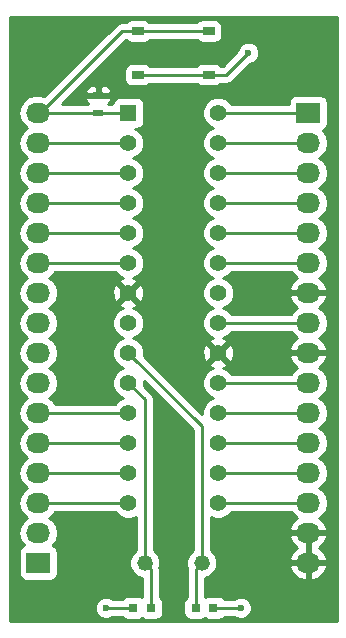
<source format=gtl>
G04 #@! TF.FileFunction,Copper,L1,Top,Signal*
%FSLAX46Y46*%
G04 Gerber Fmt 4.6, Leading zero omitted, Abs format (unit mm)*
G04 Created by KiCad (PCBNEW 4.0.2+dfsg1-stable) date Thu 29 Mar 2018 13:44:33 BST*
%MOMM*%
G01*
G04 APERTURE LIST*
%ADD10C,0.100000*%
%ADD11R,2.032000X1.727200*%
%ADD12O,2.032000X1.727200*%
%ADD13R,0.998220X0.698500*%
%ADD14R,1.399540X1.399540*%
%ADD15C,1.399540*%
%ADD16C,1.320800*%
%ADD17R,0.800000X0.750000*%
%ADD18R,0.900000X0.500000*%
%ADD19C,0.600000*%
%ADD20C,0.250000*%
%ADD21C,0.254000*%
G04 APERTURE END LIST*
D10*
D11*
X170180000Y-137160000D03*
D12*
X170180000Y-134620000D03*
X170180000Y-132080000D03*
X170180000Y-129540000D03*
X170180000Y-127000000D03*
X170180000Y-124460000D03*
X170180000Y-121920000D03*
X170180000Y-119380000D03*
X170180000Y-116840000D03*
X170180000Y-114300000D03*
X170180000Y-111760000D03*
X170180000Y-109220000D03*
X170180000Y-106680000D03*
X170180000Y-104140000D03*
X170180000Y-101600000D03*
X170180000Y-99060000D03*
D11*
X193040000Y-99060000D03*
D12*
X193040000Y-101600000D03*
X193040000Y-104140000D03*
X193040000Y-106680000D03*
X193040000Y-109220000D03*
X193040000Y-111760000D03*
X193040000Y-114300000D03*
X193040000Y-116840000D03*
X193040000Y-119380000D03*
X193040000Y-121920000D03*
X193040000Y-124460000D03*
X193040000Y-127000000D03*
X193040000Y-129540000D03*
X193040000Y-132080000D03*
X193040000Y-134620000D03*
X193040000Y-137160000D03*
D13*
X178610260Y-92130880D03*
X184609740Y-92130880D03*
X178610260Y-95829120D03*
X184609740Y-95829120D03*
D14*
X177800000Y-99060000D03*
D15*
X177800000Y-101600000D03*
X177800000Y-104140000D03*
X177800000Y-106680000D03*
X177800000Y-109220000D03*
X177800000Y-111760000D03*
X177800000Y-114300000D03*
X177800000Y-116840000D03*
X177800000Y-119380000D03*
X177800000Y-121920000D03*
X177800000Y-124460000D03*
X177800000Y-127000000D03*
X177800000Y-129540000D03*
X177800000Y-132080000D03*
X185420000Y-132080000D03*
X185420000Y-129540000D03*
X185420000Y-127000000D03*
X185420000Y-124460000D03*
X185420000Y-121920000D03*
X185420000Y-119380000D03*
X185420000Y-116840000D03*
X185420000Y-114300000D03*
X185420000Y-111760000D03*
X185420000Y-109220000D03*
X185420000Y-106680000D03*
X185420000Y-104140000D03*
X185420000Y-101600000D03*
X185420000Y-99060000D03*
D16*
X179197000Y-137160000D03*
X184023000Y-137160000D03*
D17*
X179705000Y-140970000D03*
X178205000Y-140970000D03*
X183515000Y-140970000D03*
X185015000Y-140970000D03*
D18*
X175260000Y-97560000D03*
X175260000Y-99060000D03*
D19*
X187325000Y-140970000D03*
X175895000Y-140970000D03*
X187960000Y-93980000D03*
D20*
X179705000Y-140970000D02*
X179705000Y-137668000D01*
X179705000Y-137668000D02*
X179197000Y-137160000D01*
X177800000Y-121920000D02*
X179197000Y-123317000D01*
X179197000Y-123317000D02*
X179197000Y-137160000D01*
X185015000Y-140970000D02*
X187325000Y-140970000D01*
X178205000Y-140970000D02*
X175895000Y-140970000D01*
X178610260Y-95829120D02*
X184609740Y-95829120D01*
X184609740Y-95829120D02*
X186110880Y-95829120D01*
X186110880Y-95829120D02*
X187960000Y-93980000D01*
X183515000Y-140970000D02*
X183515000Y-137668000D01*
X183515000Y-137668000D02*
X184023000Y-137160000D01*
X177800000Y-119380000D02*
X184023000Y-125603000D01*
X184023000Y-125603000D02*
X184023000Y-137160000D01*
X177800000Y-132080000D02*
X170180000Y-132080000D01*
X177800000Y-129540000D02*
X170180000Y-129540000D01*
X177800000Y-127000000D02*
X170180000Y-127000000D01*
X177800000Y-124460000D02*
X170180000Y-124460000D01*
X177800000Y-111760000D02*
X170180000Y-111760000D01*
X177800000Y-109220000D02*
X170180000Y-109220000D01*
X177800000Y-106680000D02*
X170180000Y-106680000D01*
X177800000Y-104140000D02*
X170180000Y-104140000D01*
X177800000Y-101600000D02*
X170180000Y-101600000D01*
X178610260Y-92130880D02*
X184609740Y-92130880D01*
X170180000Y-99060000D02*
X170332400Y-99060000D01*
X170332400Y-99060000D02*
X177261520Y-92130880D01*
X177261520Y-92130880D02*
X177861150Y-92130880D01*
X177861150Y-92130880D02*
X178610260Y-92130880D01*
X175260000Y-99060000D02*
X170180000Y-99060000D01*
X177800000Y-99060000D02*
X175260000Y-99060000D01*
X185420000Y-99060000D02*
X193040000Y-99060000D01*
X185420000Y-101600000D02*
X193040000Y-101600000D01*
X185420000Y-104140000D02*
X193040000Y-104140000D01*
X185420000Y-106680000D02*
X193040000Y-106680000D01*
X185420000Y-109220000D02*
X193040000Y-109220000D01*
X185420000Y-111760000D02*
X193040000Y-111760000D01*
X185420000Y-116840000D02*
X193040000Y-116840000D01*
X185420000Y-121920000D02*
X193040000Y-121920000D01*
X185420000Y-124460000D02*
X193040000Y-124460000D01*
X185420000Y-127000000D02*
X193040000Y-127000000D01*
X185420000Y-129540000D02*
X193040000Y-129540000D01*
X185420000Y-132080000D02*
X193040000Y-132080000D01*
D21*
G36*
X195453000Y-142113000D02*
X167767000Y-142113000D01*
X167767000Y-99060000D01*
X168496655Y-99060000D01*
X168610729Y-99633489D01*
X168935585Y-100119670D01*
X169250366Y-100330000D01*
X168935585Y-100540330D01*
X168610729Y-101026511D01*
X168496655Y-101600000D01*
X168610729Y-102173489D01*
X168935585Y-102659670D01*
X169250366Y-102870000D01*
X168935585Y-103080330D01*
X168610729Y-103566511D01*
X168496655Y-104140000D01*
X168610729Y-104713489D01*
X168935585Y-105199670D01*
X169250366Y-105410000D01*
X168935585Y-105620330D01*
X168610729Y-106106511D01*
X168496655Y-106680000D01*
X168610729Y-107253489D01*
X168935585Y-107739670D01*
X169250366Y-107950000D01*
X168935585Y-108160330D01*
X168610729Y-108646511D01*
X168496655Y-109220000D01*
X168610729Y-109793489D01*
X168935585Y-110279670D01*
X169250366Y-110490000D01*
X168935585Y-110700330D01*
X168610729Y-111186511D01*
X168496655Y-111760000D01*
X168610729Y-112333489D01*
X168935585Y-112819670D01*
X169250366Y-113030000D01*
X168935585Y-113240330D01*
X168610729Y-113726511D01*
X168496655Y-114300000D01*
X168610729Y-114873489D01*
X168935585Y-115359670D01*
X169250366Y-115570000D01*
X168935585Y-115780330D01*
X168610729Y-116266511D01*
X168496655Y-116840000D01*
X168610729Y-117413489D01*
X168935585Y-117899670D01*
X169250366Y-118110000D01*
X168935585Y-118320330D01*
X168610729Y-118806511D01*
X168496655Y-119380000D01*
X168610729Y-119953489D01*
X168935585Y-120439670D01*
X169250366Y-120650000D01*
X168935585Y-120860330D01*
X168610729Y-121346511D01*
X168496655Y-121920000D01*
X168610729Y-122493489D01*
X168935585Y-122979670D01*
X169250366Y-123190000D01*
X168935585Y-123400330D01*
X168610729Y-123886511D01*
X168496655Y-124460000D01*
X168610729Y-125033489D01*
X168935585Y-125519670D01*
X169250366Y-125730000D01*
X168935585Y-125940330D01*
X168610729Y-126426511D01*
X168496655Y-127000000D01*
X168610729Y-127573489D01*
X168935585Y-128059670D01*
X169250366Y-128270000D01*
X168935585Y-128480330D01*
X168610729Y-128966511D01*
X168496655Y-129540000D01*
X168610729Y-130113489D01*
X168935585Y-130599670D01*
X169250366Y-130810000D01*
X168935585Y-131020330D01*
X168610729Y-131506511D01*
X168496655Y-132080000D01*
X168610729Y-132653489D01*
X168935585Y-133139670D01*
X169250366Y-133350000D01*
X168935585Y-133560330D01*
X168610729Y-134046511D01*
X168496655Y-134620000D01*
X168610729Y-135193489D01*
X168935585Y-135679670D01*
X168949913Y-135689243D01*
X168928683Y-135693238D01*
X168712559Y-135832310D01*
X168567569Y-136044510D01*
X168516560Y-136296400D01*
X168516560Y-138023600D01*
X168560838Y-138258917D01*
X168699910Y-138475041D01*
X168912110Y-138620031D01*
X169164000Y-138671040D01*
X171196000Y-138671040D01*
X171431317Y-138626762D01*
X171647441Y-138487690D01*
X171792431Y-138275490D01*
X171843440Y-138023600D01*
X171843440Y-136296400D01*
X171799162Y-136061083D01*
X171660090Y-135844959D01*
X171447890Y-135699969D01*
X171406561Y-135691600D01*
X171424415Y-135679670D01*
X171749271Y-135193489D01*
X171863345Y-134620000D01*
X171749271Y-134046511D01*
X171424415Y-133560330D01*
X171109634Y-133350000D01*
X171424415Y-133139670D01*
X171624648Y-132840000D01*
X176672669Y-132840000D01*
X177042926Y-133210903D01*
X177533333Y-133414538D01*
X178064337Y-133415001D01*
X178437000Y-133261020D01*
X178437000Y-136088300D01*
X178099454Y-136425257D01*
X177901826Y-136901199D01*
X177901376Y-137416540D01*
X178098173Y-137892826D01*
X178462257Y-138257546D01*
X178938199Y-138455174D01*
X178945000Y-138455180D01*
X178945000Y-140058772D01*
X178856890Y-139998569D01*
X178605000Y-139947560D01*
X177805000Y-139947560D01*
X177569683Y-139991838D01*
X177353559Y-140130910D01*
X177299519Y-140210000D01*
X176457463Y-140210000D01*
X176425327Y-140177808D01*
X176081799Y-140035162D01*
X175709833Y-140034838D01*
X175366057Y-140176883D01*
X175102808Y-140439673D01*
X174960162Y-140783201D01*
X174959838Y-141155167D01*
X175101883Y-141498943D01*
X175364673Y-141762192D01*
X175708201Y-141904838D01*
X176080167Y-141905162D01*
X176423943Y-141763117D01*
X176457118Y-141730000D01*
X177298156Y-141730000D01*
X177340910Y-141796441D01*
X177553110Y-141941431D01*
X177805000Y-141992440D01*
X178605000Y-141992440D01*
X178840317Y-141948162D01*
X178954978Y-141874380D01*
X179053110Y-141941431D01*
X179305000Y-141992440D01*
X180105000Y-141992440D01*
X180340317Y-141948162D01*
X180556441Y-141809090D01*
X180701431Y-141596890D01*
X180752440Y-141345000D01*
X180752440Y-140595000D01*
X180708162Y-140359683D01*
X180569090Y-140143559D01*
X180465000Y-140072437D01*
X180465000Y-137668000D01*
X180440287Y-137543759D01*
X180492174Y-137418801D01*
X180492624Y-136903460D01*
X180295827Y-136427174D01*
X179957000Y-136087755D01*
X179957000Y-123317000D01*
X179944575Y-123254538D01*
X179899148Y-123026160D01*
X179734401Y-122779599D01*
X179134544Y-122179742D01*
X179134884Y-121789686D01*
X183263000Y-125917802D01*
X183263000Y-136088300D01*
X182925454Y-136425257D01*
X182727826Y-136901199D01*
X182727376Y-137416540D01*
X182779788Y-137543386D01*
X182755000Y-137668000D01*
X182755000Y-140072069D01*
X182663559Y-140130910D01*
X182518569Y-140343110D01*
X182467560Y-140595000D01*
X182467560Y-141345000D01*
X182511838Y-141580317D01*
X182650910Y-141796441D01*
X182863110Y-141941431D01*
X183115000Y-141992440D01*
X183915000Y-141992440D01*
X184150317Y-141948162D01*
X184264978Y-141874380D01*
X184363110Y-141941431D01*
X184615000Y-141992440D01*
X185415000Y-141992440D01*
X185650317Y-141948162D01*
X185866441Y-141809090D01*
X185920481Y-141730000D01*
X186762537Y-141730000D01*
X186794673Y-141762192D01*
X187138201Y-141904838D01*
X187510167Y-141905162D01*
X187853943Y-141763117D01*
X188117192Y-141500327D01*
X188259838Y-141156799D01*
X188260162Y-140784833D01*
X188118117Y-140441057D01*
X187855327Y-140177808D01*
X187511799Y-140035162D01*
X187139833Y-140034838D01*
X186796057Y-140176883D01*
X186762882Y-140210000D01*
X185921844Y-140210000D01*
X185879090Y-140143559D01*
X185666890Y-139998569D01*
X185415000Y-139947560D01*
X184615000Y-139947560D01*
X184379683Y-139991838D01*
X184275000Y-140059200D01*
X184275000Y-138455620D01*
X184279540Y-138455624D01*
X184755826Y-138258827D01*
X185120546Y-137894743D01*
X185276557Y-137519026D01*
X191432642Y-137519026D01*
X191435291Y-137534791D01*
X191689268Y-138062036D01*
X192125680Y-138451954D01*
X192678087Y-138645184D01*
X192913000Y-138500924D01*
X192913000Y-137287000D01*
X193167000Y-137287000D01*
X193167000Y-138500924D01*
X193401913Y-138645184D01*
X193954320Y-138451954D01*
X194390732Y-138062036D01*
X194644709Y-137534791D01*
X194647358Y-137519026D01*
X194526217Y-137287000D01*
X193167000Y-137287000D01*
X192913000Y-137287000D01*
X191553783Y-137287000D01*
X191432642Y-137519026D01*
X185276557Y-137519026D01*
X185318174Y-137418801D01*
X185318624Y-136903460D01*
X185121827Y-136427174D01*
X184783000Y-136087755D01*
X184783000Y-134979026D01*
X191432642Y-134979026D01*
X191435291Y-134994791D01*
X191689268Y-135522036D01*
X192101108Y-135890000D01*
X191689268Y-136257964D01*
X191435291Y-136785209D01*
X191432642Y-136800974D01*
X191553783Y-137033000D01*
X192913000Y-137033000D01*
X192913000Y-134747000D01*
X193167000Y-134747000D01*
X193167000Y-137033000D01*
X194526217Y-137033000D01*
X194647358Y-136800974D01*
X194644709Y-136785209D01*
X194390732Y-136257964D01*
X193978892Y-135890000D01*
X194390732Y-135522036D01*
X194644709Y-134994791D01*
X194647358Y-134979026D01*
X194526217Y-134747000D01*
X193167000Y-134747000D01*
X192913000Y-134747000D01*
X191553783Y-134747000D01*
X191432642Y-134979026D01*
X184783000Y-134979026D01*
X184783000Y-133260762D01*
X185153333Y-133414538D01*
X185684337Y-133415001D01*
X186175099Y-133212223D01*
X186547972Y-132840000D01*
X191595352Y-132840000D01*
X191795585Y-133139670D01*
X192105069Y-133346461D01*
X191689268Y-133717964D01*
X191435291Y-134245209D01*
X191432642Y-134260974D01*
X191553783Y-134493000D01*
X192913000Y-134493000D01*
X192913000Y-134473000D01*
X193167000Y-134473000D01*
X193167000Y-134493000D01*
X194526217Y-134493000D01*
X194647358Y-134260974D01*
X194644709Y-134245209D01*
X194390732Y-133717964D01*
X193974931Y-133346461D01*
X194284415Y-133139670D01*
X194609271Y-132653489D01*
X194723345Y-132080000D01*
X194609271Y-131506511D01*
X194284415Y-131020330D01*
X193969634Y-130810000D01*
X194284415Y-130599670D01*
X194609271Y-130113489D01*
X194723345Y-129540000D01*
X194609271Y-128966511D01*
X194284415Y-128480330D01*
X193969634Y-128270000D01*
X194284415Y-128059670D01*
X194609271Y-127573489D01*
X194723345Y-127000000D01*
X194609271Y-126426511D01*
X194284415Y-125940330D01*
X193969634Y-125730000D01*
X194284415Y-125519670D01*
X194609271Y-125033489D01*
X194723345Y-124460000D01*
X194609271Y-123886511D01*
X194284415Y-123400330D01*
X193969634Y-123190000D01*
X194284415Y-122979670D01*
X194609271Y-122493489D01*
X194723345Y-121920000D01*
X194609271Y-121346511D01*
X194284415Y-120860330D01*
X193974931Y-120653539D01*
X194390732Y-120282036D01*
X194644709Y-119754791D01*
X194647358Y-119739026D01*
X194526217Y-119507000D01*
X193167000Y-119507000D01*
X193167000Y-119527000D01*
X192913000Y-119527000D01*
X192913000Y-119507000D01*
X191553783Y-119507000D01*
X191432642Y-119739026D01*
X191435291Y-119754791D01*
X191689268Y-120282036D01*
X192105069Y-120653539D01*
X191795585Y-120860330D01*
X191595352Y-121160000D01*
X186547331Y-121160000D01*
X186177074Y-120789097D01*
X185858189Y-120656684D01*
X186113693Y-120550851D01*
X186175503Y-120315108D01*
X185420000Y-119559605D01*
X184664497Y-120315108D01*
X184726307Y-120550851D01*
X185002755Y-120648179D01*
X184664901Y-120787777D01*
X184289097Y-121162926D01*
X184085462Y-121653333D01*
X184084999Y-122184337D01*
X184287777Y-122675099D01*
X184662926Y-123050903D01*
X184998128Y-123190091D01*
X184664901Y-123327777D01*
X184289097Y-123702926D01*
X184085462Y-124193333D01*
X184085116Y-124590314D01*
X179134544Y-119639742D01*
X179134938Y-119187177D01*
X184072810Y-119187177D01*
X184101568Y-119717402D01*
X184249149Y-120073693D01*
X184484892Y-120135503D01*
X185240395Y-119380000D01*
X185599605Y-119380000D01*
X186355108Y-120135503D01*
X186590851Y-120073693D01*
X186767190Y-119572823D01*
X186738432Y-119042598D01*
X186590851Y-118686307D01*
X186355108Y-118624497D01*
X185599605Y-119380000D01*
X185240395Y-119380000D01*
X184484892Y-118624497D01*
X184249149Y-118686307D01*
X184072810Y-119187177D01*
X179134938Y-119187177D01*
X179135001Y-119115663D01*
X178932223Y-118624901D01*
X178557074Y-118249097D01*
X178221872Y-118109909D01*
X178555099Y-117972223D01*
X178930903Y-117597074D01*
X179134538Y-117106667D01*
X179135001Y-116575663D01*
X178932223Y-116084901D01*
X178557074Y-115709097D01*
X178238189Y-115576684D01*
X178493693Y-115470851D01*
X178555503Y-115235108D01*
X177800000Y-114479605D01*
X177044497Y-115235108D01*
X177106307Y-115470851D01*
X177382755Y-115568179D01*
X177044901Y-115707777D01*
X176669097Y-116082926D01*
X176465462Y-116573333D01*
X176464999Y-117104337D01*
X176667777Y-117595099D01*
X177042926Y-117970903D01*
X177378128Y-118110091D01*
X177044901Y-118247777D01*
X176669097Y-118622926D01*
X176465462Y-119113333D01*
X176464999Y-119644337D01*
X176667777Y-120135099D01*
X177042926Y-120510903D01*
X177378128Y-120650091D01*
X177044901Y-120787777D01*
X176669097Y-121162926D01*
X176465462Y-121653333D01*
X176464999Y-122184337D01*
X176667777Y-122675099D01*
X177042926Y-123050903D01*
X177378128Y-123190091D01*
X177044901Y-123327777D01*
X176672028Y-123700000D01*
X171624648Y-123700000D01*
X171424415Y-123400330D01*
X171109634Y-123190000D01*
X171424415Y-122979670D01*
X171749271Y-122493489D01*
X171863345Y-121920000D01*
X171749271Y-121346511D01*
X171424415Y-120860330D01*
X171109634Y-120650000D01*
X171424415Y-120439670D01*
X171749271Y-119953489D01*
X171863345Y-119380000D01*
X171749271Y-118806511D01*
X171424415Y-118320330D01*
X171109634Y-118110000D01*
X171424415Y-117899670D01*
X171749271Y-117413489D01*
X171863345Y-116840000D01*
X171749271Y-116266511D01*
X171424415Y-115780330D01*
X171109634Y-115570000D01*
X171424415Y-115359670D01*
X171749271Y-114873489D01*
X171863345Y-114300000D01*
X171824991Y-114107177D01*
X176452810Y-114107177D01*
X176481568Y-114637402D01*
X176629149Y-114993693D01*
X176864892Y-115055503D01*
X177620395Y-114300000D01*
X177979605Y-114300000D01*
X178735108Y-115055503D01*
X178970851Y-114993693D01*
X179147190Y-114492823D01*
X179118432Y-113962598D01*
X178970851Y-113606307D01*
X178735108Y-113544497D01*
X177979605Y-114300000D01*
X177620395Y-114300000D01*
X176864892Y-113544497D01*
X176629149Y-113606307D01*
X176452810Y-114107177D01*
X171824991Y-114107177D01*
X171749271Y-113726511D01*
X171424415Y-113240330D01*
X171109634Y-113030000D01*
X171424415Y-112819670D01*
X171624648Y-112520000D01*
X176672669Y-112520000D01*
X177042926Y-112890903D01*
X177361811Y-113023316D01*
X177106307Y-113129149D01*
X177044497Y-113364892D01*
X177800000Y-114120395D01*
X178555503Y-113364892D01*
X178493693Y-113129149D01*
X178217245Y-113031821D01*
X178555099Y-112892223D01*
X178930903Y-112517074D01*
X179134538Y-112026667D01*
X179135001Y-111495663D01*
X178932223Y-111004901D01*
X178557074Y-110629097D01*
X178221872Y-110489909D01*
X178555099Y-110352223D01*
X178930903Y-109977074D01*
X179134538Y-109486667D01*
X179135001Y-108955663D01*
X178932223Y-108464901D01*
X178557074Y-108089097D01*
X178221872Y-107949909D01*
X178555099Y-107812223D01*
X178930903Y-107437074D01*
X179134538Y-106946667D01*
X179135001Y-106415663D01*
X178932223Y-105924901D01*
X178557074Y-105549097D01*
X178221872Y-105409909D01*
X178555099Y-105272223D01*
X178930903Y-104897074D01*
X179134538Y-104406667D01*
X179135001Y-103875663D01*
X178932223Y-103384901D01*
X178557074Y-103009097D01*
X178221872Y-102869909D01*
X178555099Y-102732223D01*
X178930903Y-102357074D01*
X179134538Y-101866667D01*
X179135001Y-101335663D01*
X178932223Y-100844901D01*
X178557074Y-100469097D01*
X178408034Y-100407210D01*
X178499770Y-100407210D01*
X178735087Y-100362932D01*
X178951211Y-100223860D01*
X179096201Y-100011660D01*
X179147210Y-99759770D01*
X179147210Y-99324337D01*
X184084999Y-99324337D01*
X184287777Y-99815099D01*
X184662926Y-100190903D01*
X184998128Y-100330091D01*
X184664901Y-100467777D01*
X184289097Y-100842926D01*
X184085462Y-101333333D01*
X184084999Y-101864337D01*
X184287777Y-102355099D01*
X184662926Y-102730903D01*
X184998128Y-102870091D01*
X184664901Y-103007777D01*
X184289097Y-103382926D01*
X184085462Y-103873333D01*
X184084999Y-104404337D01*
X184287777Y-104895099D01*
X184662926Y-105270903D01*
X184998128Y-105410091D01*
X184664901Y-105547777D01*
X184289097Y-105922926D01*
X184085462Y-106413333D01*
X184084999Y-106944337D01*
X184287777Y-107435099D01*
X184662926Y-107810903D01*
X184998128Y-107950091D01*
X184664901Y-108087777D01*
X184289097Y-108462926D01*
X184085462Y-108953333D01*
X184084999Y-109484337D01*
X184287777Y-109975099D01*
X184662926Y-110350903D01*
X184998128Y-110490091D01*
X184664901Y-110627777D01*
X184289097Y-111002926D01*
X184085462Y-111493333D01*
X184084999Y-112024337D01*
X184287777Y-112515099D01*
X184662926Y-112890903D01*
X184998128Y-113030091D01*
X184664901Y-113167777D01*
X184289097Y-113542926D01*
X184085462Y-114033333D01*
X184084999Y-114564337D01*
X184287777Y-115055099D01*
X184662926Y-115430903D01*
X184998128Y-115570091D01*
X184664901Y-115707777D01*
X184289097Y-116082926D01*
X184085462Y-116573333D01*
X184084999Y-117104337D01*
X184287777Y-117595099D01*
X184662926Y-117970903D01*
X184981811Y-118103316D01*
X184726307Y-118209149D01*
X184664497Y-118444892D01*
X185420000Y-119200395D01*
X186175503Y-118444892D01*
X186113693Y-118209149D01*
X185837245Y-118111821D01*
X186175099Y-117972223D01*
X186547972Y-117600000D01*
X191595352Y-117600000D01*
X191795585Y-117899670D01*
X192105069Y-118106461D01*
X191689268Y-118477964D01*
X191435291Y-119005209D01*
X191432642Y-119020974D01*
X191553783Y-119253000D01*
X192913000Y-119253000D01*
X192913000Y-119233000D01*
X193167000Y-119233000D01*
X193167000Y-119253000D01*
X194526217Y-119253000D01*
X194647358Y-119020974D01*
X194644709Y-119005209D01*
X194390732Y-118477964D01*
X193974931Y-118106461D01*
X194284415Y-117899670D01*
X194609271Y-117413489D01*
X194723345Y-116840000D01*
X194609271Y-116266511D01*
X194284415Y-115780330D01*
X193974931Y-115573539D01*
X194390732Y-115202036D01*
X194644709Y-114674791D01*
X194647358Y-114659026D01*
X194526217Y-114427000D01*
X193167000Y-114427000D01*
X193167000Y-114447000D01*
X192913000Y-114447000D01*
X192913000Y-114427000D01*
X191553783Y-114427000D01*
X191432642Y-114659026D01*
X191435291Y-114674791D01*
X191689268Y-115202036D01*
X192105069Y-115573539D01*
X191795585Y-115780330D01*
X191595352Y-116080000D01*
X186547331Y-116080000D01*
X186177074Y-115709097D01*
X185841872Y-115569909D01*
X186175099Y-115432223D01*
X186550903Y-115057074D01*
X186754538Y-114566667D01*
X186755001Y-114035663D01*
X186552223Y-113544901D01*
X186177074Y-113169097D01*
X185841872Y-113029909D01*
X186175099Y-112892223D01*
X186547972Y-112520000D01*
X191595352Y-112520000D01*
X191795585Y-112819670D01*
X192105069Y-113026461D01*
X191689268Y-113397964D01*
X191435291Y-113925209D01*
X191432642Y-113940974D01*
X191553783Y-114173000D01*
X192913000Y-114173000D01*
X192913000Y-114153000D01*
X193167000Y-114153000D01*
X193167000Y-114173000D01*
X194526217Y-114173000D01*
X194647358Y-113940974D01*
X194644709Y-113925209D01*
X194390732Y-113397964D01*
X193974931Y-113026461D01*
X194284415Y-112819670D01*
X194609271Y-112333489D01*
X194723345Y-111760000D01*
X194609271Y-111186511D01*
X194284415Y-110700330D01*
X193969634Y-110490000D01*
X194284415Y-110279670D01*
X194609271Y-109793489D01*
X194723345Y-109220000D01*
X194609271Y-108646511D01*
X194284415Y-108160330D01*
X193969634Y-107950000D01*
X194284415Y-107739670D01*
X194609271Y-107253489D01*
X194723345Y-106680000D01*
X194609271Y-106106511D01*
X194284415Y-105620330D01*
X193969634Y-105410000D01*
X194284415Y-105199670D01*
X194609271Y-104713489D01*
X194723345Y-104140000D01*
X194609271Y-103566511D01*
X194284415Y-103080330D01*
X193969634Y-102870000D01*
X194284415Y-102659670D01*
X194609271Y-102173489D01*
X194723345Y-101600000D01*
X194609271Y-101026511D01*
X194284415Y-100540330D01*
X194270087Y-100530757D01*
X194291317Y-100526762D01*
X194507441Y-100387690D01*
X194652431Y-100175490D01*
X194703440Y-99923600D01*
X194703440Y-98196400D01*
X194659162Y-97961083D01*
X194520090Y-97744959D01*
X194307890Y-97599969D01*
X194056000Y-97548960D01*
X192024000Y-97548960D01*
X191788683Y-97593238D01*
X191572559Y-97732310D01*
X191427569Y-97944510D01*
X191376560Y-98196400D01*
X191376560Y-98300000D01*
X186547331Y-98300000D01*
X186177074Y-97929097D01*
X185686667Y-97725462D01*
X185155663Y-97724999D01*
X184664901Y-97927777D01*
X184289097Y-98302926D01*
X184085462Y-98793333D01*
X184084999Y-99324337D01*
X179147210Y-99324337D01*
X179147210Y-98360230D01*
X179102932Y-98124913D01*
X178963860Y-97908789D01*
X178751660Y-97763799D01*
X178499770Y-97712790D01*
X177100230Y-97712790D01*
X176864913Y-97757068D01*
X176648789Y-97896140D01*
X176503799Y-98108340D01*
X176464987Y-98300000D01*
X176118026Y-98300000D01*
X176248327Y-98169698D01*
X176345000Y-97936309D01*
X176345000Y-97843750D01*
X176186250Y-97685000D01*
X175387000Y-97685000D01*
X175387000Y-97707000D01*
X175133000Y-97707000D01*
X175133000Y-97685000D01*
X174333750Y-97685000D01*
X174175000Y-97843750D01*
X174175000Y-97936309D01*
X174271673Y-98169698D01*
X174401974Y-98300000D01*
X172167202Y-98300000D01*
X173283511Y-97183691D01*
X174175000Y-97183691D01*
X174175000Y-97276250D01*
X174333750Y-97435000D01*
X175133000Y-97435000D01*
X175133000Y-96833750D01*
X175387000Y-96833750D01*
X175387000Y-97435000D01*
X176186250Y-97435000D01*
X176345000Y-97276250D01*
X176345000Y-97183691D01*
X176248327Y-96950302D01*
X176069699Y-96771673D01*
X175836310Y-96675000D01*
X175545750Y-96675000D01*
X175387000Y-96833750D01*
X175133000Y-96833750D01*
X174974250Y-96675000D01*
X174683690Y-96675000D01*
X174450301Y-96771673D01*
X174271673Y-96950302D01*
X174175000Y-97183691D01*
X173283511Y-97183691D01*
X174987332Y-95479870D01*
X177463710Y-95479870D01*
X177463710Y-96178370D01*
X177507988Y-96413687D01*
X177647060Y-96629811D01*
X177859260Y-96774801D01*
X178111150Y-96825810D01*
X179109370Y-96825810D01*
X179344687Y-96781532D01*
X179560811Y-96642460D01*
X179597257Y-96589120D01*
X183620356Y-96589120D01*
X183646540Y-96629811D01*
X183858740Y-96774801D01*
X184110630Y-96825810D01*
X185108850Y-96825810D01*
X185344167Y-96781532D01*
X185560291Y-96642460D01*
X185596737Y-96589120D01*
X186110880Y-96589120D01*
X186401719Y-96531268D01*
X186648281Y-96366521D01*
X188099680Y-94915122D01*
X188145167Y-94915162D01*
X188488943Y-94773117D01*
X188752192Y-94510327D01*
X188894838Y-94166799D01*
X188895162Y-93794833D01*
X188753117Y-93451057D01*
X188490327Y-93187808D01*
X188146799Y-93045162D01*
X187774833Y-93044838D01*
X187431057Y-93186883D01*
X187167808Y-93449673D01*
X187025162Y-93793201D01*
X187025121Y-93840077D01*
X185796078Y-95069120D01*
X185599124Y-95069120D01*
X185572940Y-95028429D01*
X185360740Y-94883439D01*
X185108850Y-94832430D01*
X184110630Y-94832430D01*
X183875313Y-94876708D01*
X183659189Y-95015780D01*
X183622743Y-95069120D01*
X179599644Y-95069120D01*
X179573460Y-95028429D01*
X179361260Y-94883439D01*
X179109370Y-94832430D01*
X178111150Y-94832430D01*
X177875833Y-94876708D01*
X177659709Y-95015780D01*
X177514719Y-95227980D01*
X177463710Y-95479870D01*
X174987332Y-95479870D01*
X177576322Y-92890880D01*
X177620876Y-92890880D01*
X177647060Y-92931571D01*
X177859260Y-93076561D01*
X178111150Y-93127570D01*
X179109370Y-93127570D01*
X179344687Y-93083292D01*
X179560811Y-92944220D01*
X179597257Y-92890880D01*
X183620356Y-92890880D01*
X183646540Y-92931571D01*
X183858740Y-93076561D01*
X184110630Y-93127570D01*
X185108850Y-93127570D01*
X185344167Y-93083292D01*
X185560291Y-92944220D01*
X185705281Y-92732020D01*
X185756290Y-92480130D01*
X185756290Y-91781630D01*
X185712012Y-91546313D01*
X185572940Y-91330189D01*
X185360740Y-91185199D01*
X185108850Y-91134190D01*
X184110630Y-91134190D01*
X183875313Y-91178468D01*
X183659189Y-91317540D01*
X183622743Y-91370880D01*
X179599644Y-91370880D01*
X179573460Y-91330189D01*
X179361260Y-91185199D01*
X179109370Y-91134190D01*
X178111150Y-91134190D01*
X177875833Y-91178468D01*
X177659709Y-91317540D01*
X177623263Y-91370880D01*
X177261520Y-91370880D01*
X177018934Y-91419134D01*
X176970680Y-91428732D01*
X176724119Y-91593479D01*
X170691252Y-97626346D01*
X170364745Y-97561400D01*
X169995255Y-97561400D01*
X169421766Y-97675474D01*
X168935585Y-98000330D01*
X168610729Y-98486511D01*
X168496655Y-99060000D01*
X167767000Y-99060000D01*
X167767000Y-90932000D01*
X195453000Y-90932000D01*
X195453000Y-142113000D01*
X195453000Y-142113000D01*
G37*
X195453000Y-142113000D02*
X167767000Y-142113000D01*
X167767000Y-99060000D01*
X168496655Y-99060000D01*
X168610729Y-99633489D01*
X168935585Y-100119670D01*
X169250366Y-100330000D01*
X168935585Y-100540330D01*
X168610729Y-101026511D01*
X168496655Y-101600000D01*
X168610729Y-102173489D01*
X168935585Y-102659670D01*
X169250366Y-102870000D01*
X168935585Y-103080330D01*
X168610729Y-103566511D01*
X168496655Y-104140000D01*
X168610729Y-104713489D01*
X168935585Y-105199670D01*
X169250366Y-105410000D01*
X168935585Y-105620330D01*
X168610729Y-106106511D01*
X168496655Y-106680000D01*
X168610729Y-107253489D01*
X168935585Y-107739670D01*
X169250366Y-107950000D01*
X168935585Y-108160330D01*
X168610729Y-108646511D01*
X168496655Y-109220000D01*
X168610729Y-109793489D01*
X168935585Y-110279670D01*
X169250366Y-110490000D01*
X168935585Y-110700330D01*
X168610729Y-111186511D01*
X168496655Y-111760000D01*
X168610729Y-112333489D01*
X168935585Y-112819670D01*
X169250366Y-113030000D01*
X168935585Y-113240330D01*
X168610729Y-113726511D01*
X168496655Y-114300000D01*
X168610729Y-114873489D01*
X168935585Y-115359670D01*
X169250366Y-115570000D01*
X168935585Y-115780330D01*
X168610729Y-116266511D01*
X168496655Y-116840000D01*
X168610729Y-117413489D01*
X168935585Y-117899670D01*
X169250366Y-118110000D01*
X168935585Y-118320330D01*
X168610729Y-118806511D01*
X168496655Y-119380000D01*
X168610729Y-119953489D01*
X168935585Y-120439670D01*
X169250366Y-120650000D01*
X168935585Y-120860330D01*
X168610729Y-121346511D01*
X168496655Y-121920000D01*
X168610729Y-122493489D01*
X168935585Y-122979670D01*
X169250366Y-123190000D01*
X168935585Y-123400330D01*
X168610729Y-123886511D01*
X168496655Y-124460000D01*
X168610729Y-125033489D01*
X168935585Y-125519670D01*
X169250366Y-125730000D01*
X168935585Y-125940330D01*
X168610729Y-126426511D01*
X168496655Y-127000000D01*
X168610729Y-127573489D01*
X168935585Y-128059670D01*
X169250366Y-128270000D01*
X168935585Y-128480330D01*
X168610729Y-128966511D01*
X168496655Y-129540000D01*
X168610729Y-130113489D01*
X168935585Y-130599670D01*
X169250366Y-130810000D01*
X168935585Y-131020330D01*
X168610729Y-131506511D01*
X168496655Y-132080000D01*
X168610729Y-132653489D01*
X168935585Y-133139670D01*
X169250366Y-133350000D01*
X168935585Y-133560330D01*
X168610729Y-134046511D01*
X168496655Y-134620000D01*
X168610729Y-135193489D01*
X168935585Y-135679670D01*
X168949913Y-135689243D01*
X168928683Y-135693238D01*
X168712559Y-135832310D01*
X168567569Y-136044510D01*
X168516560Y-136296400D01*
X168516560Y-138023600D01*
X168560838Y-138258917D01*
X168699910Y-138475041D01*
X168912110Y-138620031D01*
X169164000Y-138671040D01*
X171196000Y-138671040D01*
X171431317Y-138626762D01*
X171647441Y-138487690D01*
X171792431Y-138275490D01*
X171843440Y-138023600D01*
X171843440Y-136296400D01*
X171799162Y-136061083D01*
X171660090Y-135844959D01*
X171447890Y-135699969D01*
X171406561Y-135691600D01*
X171424415Y-135679670D01*
X171749271Y-135193489D01*
X171863345Y-134620000D01*
X171749271Y-134046511D01*
X171424415Y-133560330D01*
X171109634Y-133350000D01*
X171424415Y-133139670D01*
X171624648Y-132840000D01*
X176672669Y-132840000D01*
X177042926Y-133210903D01*
X177533333Y-133414538D01*
X178064337Y-133415001D01*
X178437000Y-133261020D01*
X178437000Y-136088300D01*
X178099454Y-136425257D01*
X177901826Y-136901199D01*
X177901376Y-137416540D01*
X178098173Y-137892826D01*
X178462257Y-138257546D01*
X178938199Y-138455174D01*
X178945000Y-138455180D01*
X178945000Y-140058772D01*
X178856890Y-139998569D01*
X178605000Y-139947560D01*
X177805000Y-139947560D01*
X177569683Y-139991838D01*
X177353559Y-140130910D01*
X177299519Y-140210000D01*
X176457463Y-140210000D01*
X176425327Y-140177808D01*
X176081799Y-140035162D01*
X175709833Y-140034838D01*
X175366057Y-140176883D01*
X175102808Y-140439673D01*
X174960162Y-140783201D01*
X174959838Y-141155167D01*
X175101883Y-141498943D01*
X175364673Y-141762192D01*
X175708201Y-141904838D01*
X176080167Y-141905162D01*
X176423943Y-141763117D01*
X176457118Y-141730000D01*
X177298156Y-141730000D01*
X177340910Y-141796441D01*
X177553110Y-141941431D01*
X177805000Y-141992440D01*
X178605000Y-141992440D01*
X178840317Y-141948162D01*
X178954978Y-141874380D01*
X179053110Y-141941431D01*
X179305000Y-141992440D01*
X180105000Y-141992440D01*
X180340317Y-141948162D01*
X180556441Y-141809090D01*
X180701431Y-141596890D01*
X180752440Y-141345000D01*
X180752440Y-140595000D01*
X180708162Y-140359683D01*
X180569090Y-140143559D01*
X180465000Y-140072437D01*
X180465000Y-137668000D01*
X180440287Y-137543759D01*
X180492174Y-137418801D01*
X180492624Y-136903460D01*
X180295827Y-136427174D01*
X179957000Y-136087755D01*
X179957000Y-123317000D01*
X179944575Y-123254538D01*
X179899148Y-123026160D01*
X179734401Y-122779599D01*
X179134544Y-122179742D01*
X179134884Y-121789686D01*
X183263000Y-125917802D01*
X183263000Y-136088300D01*
X182925454Y-136425257D01*
X182727826Y-136901199D01*
X182727376Y-137416540D01*
X182779788Y-137543386D01*
X182755000Y-137668000D01*
X182755000Y-140072069D01*
X182663559Y-140130910D01*
X182518569Y-140343110D01*
X182467560Y-140595000D01*
X182467560Y-141345000D01*
X182511838Y-141580317D01*
X182650910Y-141796441D01*
X182863110Y-141941431D01*
X183115000Y-141992440D01*
X183915000Y-141992440D01*
X184150317Y-141948162D01*
X184264978Y-141874380D01*
X184363110Y-141941431D01*
X184615000Y-141992440D01*
X185415000Y-141992440D01*
X185650317Y-141948162D01*
X185866441Y-141809090D01*
X185920481Y-141730000D01*
X186762537Y-141730000D01*
X186794673Y-141762192D01*
X187138201Y-141904838D01*
X187510167Y-141905162D01*
X187853943Y-141763117D01*
X188117192Y-141500327D01*
X188259838Y-141156799D01*
X188260162Y-140784833D01*
X188118117Y-140441057D01*
X187855327Y-140177808D01*
X187511799Y-140035162D01*
X187139833Y-140034838D01*
X186796057Y-140176883D01*
X186762882Y-140210000D01*
X185921844Y-140210000D01*
X185879090Y-140143559D01*
X185666890Y-139998569D01*
X185415000Y-139947560D01*
X184615000Y-139947560D01*
X184379683Y-139991838D01*
X184275000Y-140059200D01*
X184275000Y-138455620D01*
X184279540Y-138455624D01*
X184755826Y-138258827D01*
X185120546Y-137894743D01*
X185276557Y-137519026D01*
X191432642Y-137519026D01*
X191435291Y-137534791D01*
X191689268Y-138062036D01*
X192125680Y-138451954D01*
X192678087Y-138645184D01*
X192913000Y-138500924D01*
X192913000Y-137287000D01*
X193167000Y-137287000D01*
X193167000Y-138500924D01*
X193401913Y-138645184D01*
X193954320Y-138451954D01*
X194390732Y-138062036D01*
X194644709Y-137534791D01*
X194647358Y-137519026D01*
X194526217Y-137287000D01*
X193167000Y-137287000D01*
X192913000Y-137287000D01*
X191553783Y-137287000D01*
X191432642Y-137519026D01*
X185276557Y-137519026D01*
X185318174Y-137418801D01*
X185318624Y-136903460D01*
X185121827Y-136427174D01*
X184783000Y-136087755D01*
X184783000Y-134979026D01*
X191432642Y-134979026D01*
X191435291Y-134994791D01*
X191689268Y-135522036D01*
X192101108Y-135890000D01*
X191689268Y-136257964D01*
X191435291Y-136785209D01*
X191432642Y-136800974D01*
X191553783Y-137033000D01*
X192913000Y-137033000D01*
X192913000Y-134747000D01*
X193167000Y-134747000D01*
X193167000Y-137033000D01*
X194526217Y-137033000D01*
X194647358Y-136800974D01*
X194644709Y-136785209D01*
X194390732Y-136257964D01*
X193978892Y-135890000D01*
X194390732Y-135522036D01*
X194644709Y-134994791D01*
X194647358Y-134979026D01*
X194526217Y-134747000D01*
X193167000Y-134747000D01*
X192913000Y-134747000D01*
X191553783Y-134747000D01*
X191432642Y-134979026D01*
X184783000Y-134979026D01*
X184783000Y-133260762D01*
X185153333Y-133414538D01*
X185684337Y-133415001D01*
X186175099Y-133212223D01*
X186547972Y-132840000D01*
X191595352Y-132840000D01*
X191795585Y-133139670D01*
X192105069Y-133346461D01*
X191689268Y-133717964D01*
X191435291Y-134245209D01*
X191432642Y-134260974D01*
X191553783Y-134493000D01*
X192913000Y-134493000D01*
X192913000Y-134473000D01*
X193167000Y-134473000D01*
X193167000Y-134493000D01*
X194526217Y-134493000D01*
X194647358Y-134260974D01*
X194644709Y-134245209D01*
X194390732Y-133717964D01*
X193974931Y-133346461D01*
X194284415Y-133139670D01*
X194609271Y-132653489D01*
X194723345Y-132080000D01*
X194609271Y-131506511D01*
X194284415Y-131020330D01*
X193969634Y-130810000D01*
X194284415Y-130599670D01*
X194609271Y-130113489D01*
X194723345Y-129540000D01*
X194609271Y-128966511D01*
X194284415Y-128480330D01*
X193969634Y-128270000D01*
X194284415Y-128059670D01*
X194609271Y-127573489D01*
X194723345Y-127000000D01*
X194609271Y-126426511D01*
X194284415Y-125940330D01*
X193969634Y-125730000D01*
X194284415Y-125519670D01*
X194609271Y-125033489D01*
X194723345Y-124460000D01*
X194609271Y-123886511D01*
X194284415Y-123400330D01*
X193969634Y-123190000D01*
X194284415Y-122979670D01*
X194609271Y-122493489D01*
X194723345Y-121920000D01*
X194609271Y-121346511D01*
X194284415Y-120860330D01*
X193974931Y-120653539D01*
X194390732Y-120282036D01*
X194644709Y-119754791D01*
X194647358Y-119739026D01*
X194526217Y-119507000D01*
X193167000Y-119507000D01*
X193167000Y-119527000D01*
X192913000Y-119527000D01*
X192913000Y-119507000D01*
X191553783Y-119507000D01*
X191432642Y-119739026D01*
X191435291Y-119754791D01*
X191689268Y-120282036D01*
X192105069Y-120653539D01*
X191795585Y-120860330D01*
X191595352Y-121160000D01*
X186547331Y-121160000D01*
X186177074Y-120789097D01*
X185858189Y-120656684D01*
X186113693Y-120550851D01*
X186175503Y-120315108D01*
X185420000Y-119559605D01*
X184664497Y-120315108D01*
X184726307Y-120550851D01*
X185002755Y-120648179D01*
X184664901Y-120787777D01*
X184289097Y-121162926D01*
X184085462Y-121653333D01*
X184084999Y-122184337D01*
X184287777Y-122675099D01*
X184662926Y-123050903D01*
X184998128Y-123190091D01*
X184664901Y-123327777D01*
X184289097Y-123702926D01*
X184085462Y-124193333D01*
X184085116Y-124590314D01*
X179134544Y-119639742D01*
X179134938Y-119187177D01*
X184072810Y-119187177D01*
X184101568Y-119717402D01*
X184249149Y-120073693D01*
X184484892Y-120135503D01*
X185240395Y-119380000D01*
X185599605Y-119380000D01*
X186355108Y-120135503D01*
X186590851Y-120073693D01*
X186767190Y-119572823D01*
X186738432Y-119042598D01*
X186590851Y-118686307D01*
X186355108Y-118624497D01*
X185599605Y-119380000D01*
X185240395Y-119380000D01*
X184484892Y-118624497D01*
X184249149Y-118686307D01*
X184072810Y-119187177D01*
X179134938Y-119187177D01*
X179135001Y-119115663D01*
X178932223Y-118624901D01*
X178557074Y-118249097D01*
X178221872Y-118109909D01*
X178555099Y-117972223D01*
X178930903Y-117597074D01*
X179134538Y-117106667D01*
X179135001Y-116575663D01*
X178932223Y-116084901D01*
X178557074Y-115709097D01*
X178238189Y-115576684D01*
X178493693Y-115470851D01*
X178555503Y-115235108D01*
X177800000Y-114479605D01*
X177044497Y-115235108D01*
X177106307Y-115470851D01*
X177382755Y-115568179D01*
X177044901Y-115707777D01*
X176669097Y-116082926D01*
X176465462Y-116573333D01*
X176464999Y-117104337D01*
X176667777Y-117595099D01*
X177042926Y-117970903D01*
X177378128Y-118110091D01*
X177044901Y-118247777D01*
X176669097Y-118622926D01*
X176465462Y-119113333D01*
X176464999Y-119644337D01*
X176667777Y-120135099D01*
X177042926Y-120510903D01*
X177378128Y-120650091D01*
X177044901Y-120787777D01*
X176669097Y-121162926D01*
X176465462Y-121653333D01*
X176464999Y-122184337D01*
X176667777Y-122675099D01*
X177042926Y-123050903D01*
X177378128Y-123190091D01*
X177044901Y-123327777D01*
X176672028Y-123700000D01*
X171624648Y-123700000D01*
X171424415Y-123400330D01*
X171109634Y-123190000D01*
X171424415Y-122979670D01*
X171749271Y-122493489D01*
X171863345Y-121920000D01*
X171749271Y-121346511D01*
X171424415Y-120860330D01*
X171109634Y-120650000D01*
X171424415Y-120439670D01*
X171749271Y-119953489D01*
X171863345Y-119380000D01*
X171749271Y-118806511D01*
X171424415Y-118320330D01*
X171109634Y-118110000D01*
X171424415Y-117899670D01*
X171749271Y-117413489D01*
X171863345Y-116840000D01*
X171749271Y-116266511D01*
X171424415Y-115780330D01*
X171109634Y-115570000D01*
X171424415Y-115359670D01*
X171749271Y-114873489D01*
X171863345Y-114300000D01*
X171824991Y-114107177D01*
X176452810Y-114107177D01*
X176481568Y-114637402D01*
X176629149Y-114993693D01*
X176864892Y-115055503D01*
X177620395Y-114300000D01*
X177979605Y-114300000D01*
X178735108Y-115055503D01*
X178970851Y-114993693D01*
X179147190Y-114492823D01*
X179118432Y-113962598D01*
X178970851Y-113606307D01*
X178735108Y-113544497D01*
X177979605Y-114300000D01*
X177620395Y-114300000D01*
X176864892Y-113544497D01*
X176629149Y-113606307D01*
X176452810Y-114107177D01*
X171824991Y-114107177D01*
X171749271Y-113726511D01*
X171424415Y-113240330D01*
X171109634Y-113030000D01*
X171424415Y-112819670D01*
X171624648Y-112520000D01*
X176672669Y-112520000D01*
X177042926Y-112890903D01*
X177361811Y-113023316D01*
X177106307Y-113129149D01*
X177044497Y-113364892D01*
X177800000Y-114120395D01*
X178555503Y-113364892D01*
X178493693Y-113129149D01*
X178217245Y-113031821D01*
X178555099Y-112892223D01*
X178930903Y-112517074D01*
X179134538Y-112026667D01*
X179135001Y-111495663D01*
X178932223Y-111004901D01*
X178557074Y-110629097D01*
X178221872Y-110489909D01*
X178555099Y-110352223D01*
X178930903Y-109977074D01*
X179134538Y-109486667D01*
X179135001Y-108955663D01*
X178932223Y-108464901D01*
X178557074Y-108089097D01*
X178221872Y-107949909D01*
X178555099Y-107812223D01*
X178930903Y-107437074D01*
X179134538Y-106946667D01*
X179135001Y-106415663D01*
X178932223Y-105924901D01*
X178557074Y-105549097D01*
X178221872Y-105409909D01*
X178555099Y-105272223D01*
X178930903Y-104897074D01*
X179134538Y-104406667D01*
X179135001Y-103875663D01*
X178932223Y-103384901D01*
X178557074Y-103009097D01*
X178221872Y-102869909D01*
X178555099Y-102732223D01*
X178930903Y-102357074D01*
X179134538Y-101866667D01*
X179135001Y-101335663D01*
X178932223Y-100844901D01*
X178557074Y-100469097D01*
X178408034Y-100407210D01*
X178499770Y-100407210D01*
X178735087Y-100362932D01*
X178951211Y-100223860D01*
X179096201Y-100011660D01*
X179147210Y-99759770D01*
X179147210Y-99324337D01*
X184084999Y-99324337D01*
X184287777Y-99815099D01*
X184662926Y-100190903D01*
X184998128Y-100330091D01*
X184664901Y-100467777D01*
X184289097Y-100842926D01*
X184085462Y-101333333D01*
X184084999Y-101864337D01*
X184287777Y-102355099D01*
X184662926Y-102730903D01*
X184998128Y-102870091D01*
X184664901Y-103007777D01*
X184289097Y-103382926D01*
X184085462Y-103873333D01*
X184084999Y-104404337D01*
X184287777Y-104895099D01*
X184662926Y-105270903D01*
X184998128Y-105410091D01*
X184664901Y-105547777D01*
X184289097Y-105922926D01*
X184085462Y-106413333D01*
X184084999Y-106944337D01*
X184287777Y-107435099D01*
X184662926Y-107810903D01*
X184998128Y-107950091D01*
X184664901Y-108087777D01*
X184289097Y-108462926D01*
X184085462Y-108953333D01*
X184084999Y-109484337D01*
X184287777Y-109975099D01*
X184662926Y-110350903D01*
X184998128Y-110490091D01*
X184664901Y-110627777D01*
X184289097Y-111002926D01*
X184085462Y-111493333D01*
X184084999Y-112024337D01*
X184287777Y-112515099D01*
X184662926Y-112890903D01*
X184998128Y-113030091D01*
X184664901Y-113167777D01*
X184289097Y-113542926D01*
X184085462Y-114033333D01*
X184084999Y-114564337D01*
X184287777Y-115055099D01*
X184662926Y-115430903D01*
X184998128Y-115570091D01*
X184664901Y-115707777D01*
X184289097Y-116082926D01*
X184085462Y-116573333D01*
X184084999Y-117104337D01*
X184287777Y-117595099D01*
X184662926Y-117970903D01*
X184981811Y-118103316D01*
X184726307Y-118209149D01*
X184664497Y-118444892D01*
X185420000Y-119200395D01*
X186175503Y-118444892D01*
X186113693Y-118209149D01*
X185837245Y-118111821D01*
X186175099Y-117972223D01*
X186547972Y-117600000D01*
X191595352Y-117600000D01*
X191795585Y-117899670D01*
X192105069Y-118106461D01*
X191689268Y-118477964D01*
X191435291Y-119005209D01*
X191432642Y-119020974D01*
X191553783Y-119253000D01*
X192913000Y-119253000D01*
X192913000Y-119233000D01*
X193167000Y-119233000D01*
X193167000Y-119253000D01*
X194526217Y-119253000D01*
X194647358Y-119020974D01*
X194644709Y-119005209D01*
X194390732Y-118477964D01*
X193974931Y-118106461D01*
X194284415Y-117899670D01*
X194609271Y-117413489D01*
X194723345Y-116840000D01*
X194609271Y-116266511D01*
X194284415Y-115780330D01*
X193974931Y-115573539D01*
X194390732Y-115202036D01*
X194644709Y-114674791D01*
X194647358Y-114659026D01*
X194526217Y-114427000D01*
X193167000Y-114427000D01*
X193167000Y-114447000D01*
X192913000Y-114447000D01*
X192913000Y-114427000D01*
X191553783Y-114427000D01*
X191432642Y-114659026D01*
X191435291Y-114674791D01*
X191689268Y-115202036D01*
X192105069Y-115573539D01*
X191795585Y-115780330D01*
X191595352Y-116080000D01*
X186547331Y-116080000D01*
X186177074Y-115709097D01*
X185841872Y-115569909D01*
X186175099Y-115432223D01*
X186550903Y-115057074D01*
X186754538Y-114566667D01*
X186755001Y-114035663D01*
X186552223Y-113544901D01*
X186177074Y-113169097D01*
X185841872Y-113029909D01*
X186175099Y-112892223D01*
X186547972Y-112520000D01*
X191595352Y-112520000D01*
X191795585Y-112819670D01*
X192105069Y-113026461D01*
X191689268Y-113397964D01*
X191435291Y-113925209D01*
X191432642Y-113940974D01*
X191553783Y-114173000D01*
X192913000Y-114173000D01*
X192913000Y-114153000D01*
X193167000Y-114153000D01*
X193167000Y-114173000D01*
X194526217Y-114173000D01*
X194647358Y-113940974D01*
X194644709Y-113925209D01*
X194390732Y-113397964D01*
X193974931Y-113026461D01*
X194284415Y-112819670D01*
X194609271Y-112333489D01*
X194723345Y-111760000D01*
X194609271Y-111186511D01*
X194284415Y-110700330D01*
X193969634Y-110490000D01*
X194284415Y-110279670D01*
X194609271Y-109793489D01*
X194723345Y-109220000D01*
X194609271Y-108646511D01*
X194284415Y-108160330D01*
X193969634Y-107950000D01*
X194284415Y-107739670D01*
X194609271Y-107253489D01*
X194723345Y-106680000D01*
X194609271Y-106106511D01*
X194284415Y-105620330D01*
X193969634Y-105410000D01*
X194284415Y-105199670D01*
X194609271Y-104713489D01*
X194723345Y-104140000D01*
X194609271Y-103566511D01*
X194284415Y-103080330D01*
X193969634Y-102870000D01*
X194284415Y-102659670D01*
X194609271Y-102173489D01*
X194723345Y-101600000D01*
X194609271Y-101026511D01*
X194284415Y-100540330D01*
X194270087Y-100530757D01*
X194291317Y-100526762D01*
X194507441Y-100387690D01*
X194652431Y-100175490D01*
X194703440Y-99923600D01*
X194703440Y-98196400D01*
X194659162Y-97961083D01*
X194520090Y-97744959D01*
X194307890Y-97599969D01*
X194056000Y-97548960D01*
X192024000Y-97548960D01*
X191788683Y-97593238D01*
X191572559Y-97732310D01*
X191427569Y-97944510D01*
X191376560Y-98196400D01*
X191376560Y-98300000D01*
X186547331Y-98300000D01*
X186177074Y-97929097D01*
X185686667Y-97725462D01*
X185155663Y-97724999D01*
X184664901Y-97927777D01*
X184289097Y-98302926D01*
X184085462Y-98793333D01*
X184084999Y-99324337D01*
X179147210Y-99324337D01*
X179147210Y-98360230D01*
X179102932Y-98124913D01*
X178963860Y-97908789D01*
X178751660Y-97763799D01*
X178499770Y-97712790D01*
X177100230Y-97712790D01*
X176864913Y-97757068D01*
X176648789Y-97896140D01*
X176503799Y-98108340D01*
X176464987Y-98300000D01*
X176118026Y-98300000D01*
X176248327Y-98169698D01*
X176345000Y-97936309D01*
X176345000Y-97843750D01*
X176186250Y-97685000D01*
X175387000Y-97685000D01*
X175387000Y-97707000D01*
X175133000Y-97707000D01*
X175133000Y-97685000D01*
X174333750Y-97685000D01*
X174175000Y-97843750D01*
X174175000Y-97936309D01*
X174271673Y-98169698D01*
X174401974Y-98300000D01*
X172167202Y-98300000D01*
X173283511Y-97183691D01*
X174175000Y-97183691D01*
X174175000Y-97276250D01*
X174333750Y-97435000D01*
X175133000Y-97435000D01*
X175133000Y-96833750D01*
X175387000Y-96833750D01*
X175387000Y-97435000D01*
X176186250Y-97435000D01*
X176345000Y-97276250D01*
X176345000Y-97183691D01*
X176248327Y-96950302D01*
X176069699Y-96771673D01*
X175836310Y-96675000D01*
X175545750Y-96675000D01*
X175387000Y-96833750D01*
X175133000Y-96833750D01*
X174974250Y-96675000D01*
X174683690Y-96675000D01*
X174450301Y-96771673D01*
X174271673Y-96950302D01*
X174175000Y-97183691D01*
X173283511Y-97183691D01*
X174987332Y-95479870D01*
X177463710Y-95479870D01*
X177463710Y-96178370D01*
X177507988Y-96413687D01*
X177647060Y-96629811D01*
X177859260Y-96774801D01*
X178111150Y-96825810D01*
X179109370Y-96825810D01*
X179344687Y-96781532D01*
X179560811Y-96642460D01*
X179597257Y-96589120D01*
X183620356Y-96589120D01*
X183646540Y-96629811D01*
X183858740Y-96774801D01*
X184110630Y-96825810D01*
X185108850Y-96825810D01*
X185344167Y-96781532D01*
X185560291Y-96642460D01*
X185596737Y-96589120D01*
X186110880Y-96589120D01*
X186401719Y-96531268D01*
X186648281Y-96366521D01*
X188099680Y-94915122D01*
X188145167Y-94915162D01*
X188488943Y-94773117D01*
X188752192Y-94510327D01*
X188894838Y-94166799D01*
X188895162Y-93794833D01*
X188753117Y-93451057D01*
X188490327Y-93187808D01*
X188146799Y-93045162D01*
X187774833Y-93044838D01*
X187431057Y-93186883D01*
X187167808Y-93449673D01*
X187025162Y-93793201D01*
X187025121Y-93840077D01*
X185796078Y-95069120D01*
X185599124Y-95069120D01*
X185572940Y-95028429D01*
X185360740Y-94883439D01*
X185108850Y-94832430D01*
X184110630Y-94832430D01*
X183875313Y-94876708D01*
X183659189Y-95015780D01*
X183622743Y-95069120D01*
X179599644Y-95069120D01*
X179573460Y-95028429D01*
X179361260Y-94883439D01*
X179109370Y-94832430D01*
X178111150Y-94832430D01*
X177875833Y-94876708D01*
X177659709Y-95015780D01*
X177514719Y-95227980D01*
X177463710Y-95479870D01*
X174987332Y-95479870D01*
X177576322Y-92890880D01*
X177620876Y-92890880D01*
X177647060Y-92931571D01*
X177859260Y-93076561D01*
X178111150Y-93127570D01*
X179109370Y-93127570D01*
X179344687Y-93083292D01*
X179560811Y-92944220D01*
X179597257Y-92890880D01*
X183620356Y-92890880D01*
X183646540Y-92931571D01*
X183858740Y-93076561D01*
X184110630Y-93127570D01*
X185108850Y-93127570D01*
X185344167Y-93083292D01*
X185560291Y-92944220D01*
X185705281Y-92732020D01*
X185756290Y-92480130D01*
X185756290Y-91781630D01*
X185712012Y-91546313D01*
X185572940Y-91330189D01*
X185360740Y-91185199D01*
X185108850Y-91134190D01*
X184110630Y-91134190D01*
X183875313Y-91178468D01*
X183659189Y-91317540D01*
X183622743Y-91370880D01*
X179599644Y-91370880D01*
X179573460Y-91330189D01*
X179361260Y-91185199D01*
X179109370Y-91134190D01*
X178111150Y-91134190D01*
X177875833Y-91178468D01*
X177659709Y-91317540D01*
X177623263Y-91370880D01*
X177261520Y-91370880D01*
X177018934Y-91419134D01*
X176970680Y-91428732D01*
X176724119Y-91593479D01*
X170691252Y-97626346D01*
X170364745Y-97561400D01*
X169995255Y-97561400D01*
X169421766Y-97675474D01*
X168935585Y-98000330D01*
X168610729Y-98486511D01*
X168496655Y-99060000D01*
X167767000Y-99060000D01*
X167767000Y-90932000D01*
X195453000Y-90932000D01*
X195453000Y-142113000D01*
M02*

</source>
